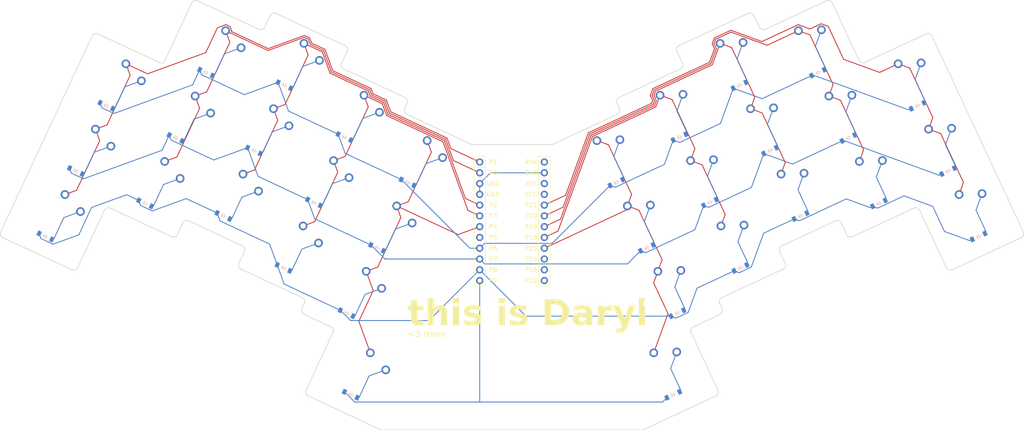
<source format=kicad_pcb>
(kicad_pcb (version 20241229) (generator "pcbnew") (generator_version "9.0")
  (title_block (title "keyboard") (date "2025-12-09") (rev "v1.0.0") (company "Unknown"))
  (layers (0 "F.Cu" signal) (2 "B.Cu" signal) (13 "F.Paste" user) (15 "B.Paste" user) (5 "F.SilkS" user "F.Silkscreen") (7 "B.SilkS" user "B.Silkscreen") (1 "F.Mask" user) (3 "B.Mask" user) (25 "Edge.Cuts" user))
  (net 0 "")
  (net 1 "P1")
  (net 2 "pinky_bottom")
  (net 3 "GND")
  (net 4 "pinky_home")
  (net 5 "pinky_top")
  (net 6 "P0")
  (net 7 "ring_bottom")
  (net 8 "ring_home")
  (net 9 "ring_top")
  (net 10 "P2")
  (net 11 "middle_bottom")
  (net 12 "middle_home")
  (net 13 "middle_top")
  (net 14 "P3")
  (net 15 "index_bottom")
  (net 16 "index_home")
  (net 17 "index_top")
  (net 18 "P4")
  (net 19 "inner_bottom")
  (net 20 "inner_home")
  (net 21 "inner_top")
  (net 22 "column_row")
  (net 23 "P21")
  (net 24 "mirror_pinky_bottom")
  (net 25 "mirror_pinky_home")
  (net 26 "mirror_pinky_top")
  (net 27 "P20")
  (net 28 "mirror_ring_bottom")
  (net 29 "mirror_ring_home")
  (net 30 "mirror_ring_top")
  (net 31 "P19")
  (net 32 "mirror_middle_bottom")
  (net 33 "mirror_middle_home")
  (net 34 "mirror_middle_top")
  (net 35 "P18")
  (net 36 "mirror_index_bottom")
  (net 37 "mirror_index_home")
  (net 38 "mirror_index_top")
  (net 39 "P15")
  (net 40 "mirror_inner_bottom")
  (net 41 "mirror_inner_home")
  (net 42 "mirror_inner_top")
  (net 43 "mirror_column_row")
  (net 44 "P8")
  (net 45 "P7")
  (net 46 "P6")
  (net 47 "P9")
  (net 48 "RAW")
  (net 49 "RST")
  (net 50 "VCC")
  (net 51 "P14")
  (net 52 "P16")
  (net 53 "P10")
  (net 54 "P5")
  (footprint "ceoloide:mcu_nice_nano" (layer "F.Cu") (at 176.642466 87.239082)
    (property "Reference" "MCU1" (hide yes))
    (property "Value" "")
  )
  (footprint "ceoloide:switch_choc_v1_v2" (layer "B.Cu") (at 221.203623 79.550503 25)
    (property "Reference" "S27" (hide yes))
    (property "Value" "")
  )
  (footprint "ceoloide:switch_choc_v1_v2" (layer "B.Cu") (at 253.830704 64.336249 25)
    (property "Reference" "S21" (hide yes))
    (property "Value" "")
  )
  (footprint "ceoloide:diode_tht_sod123" (layer "B.Cu") (at 90.156641 84.275017 -25)
    (property "Reference" "D4" (hide yes))
    (property "Value" "")
  )
  (footprint "ceoloide:switch_choc_v1_v2" (layer "B.Cu") (at 242.546322 82.728439 25)
    (property "Reference" "S23" (hide yes))
    (property "Value" "")
  )
  (footprint "ceoloide:diode_tht_sod123" (layer "B.Cu") (at 215.624583 110.177848 25)
    (property "Reference" "D29" (hide yes))
    (property "Value" "")
  )
  (footprint "ceoloide:switch_choc_v1_v2" (layer "B.Cu") (at 206.326983 90.239081 25)
    (property "Reference" "S30" (hide yes))
    (property "Value" "")
  )
  (footprint "ceoloide:diode_tht_sod123" (layer "B.Cu") (at 244.659409 87.259977 25)
    (property "Reference" "D23" (hide yes))
    (property "Value" "")
  )
  (footprint "ceoloide:switch_choc_v1_v2" (layer "B.Cu") (at 246.64619 48.929016 25)
    (property "Reference" "S22" (hide yes))
    (property "Value" "")
  )
  (footprint "ceoloide:diode_tht_sod123" (layer "B.Cu") (at 73.843101 76.667883 -25)
    (property "Reference" "D2" (hide yes))
    (property "Value" "")
  )
  (footprint "ceoloide:diode_tht_sod123" (layer "B.Cu") (at 230.501221 99.489273 25)
    (property "Reference" "D26" (hide yes))
    (property "Value" "")
  )
  (footprint "ceoloide:diode_tht_sod123" (layer "B.Cu") (at 122.994558 56.445512 -25)
    (property "Reference" "D9" (hide yes))
    (property "Value" "")
  )
  (footprint "ceoloide:switch_choc_v1_v2" (layer "B.Cu") (at 139.773451 105.646311 -25)
    (property "Reference" "S13" (hide yes))
    (property "Value" "")
  )
  (footprint "ceoloide:switch_choc_v1_v2" (layer "B.Cu") (at 270.144239 56.729118 25)
    (property "Reference" "S19" (hide yes))
    (property "Value" "")
  )
  (footprint "ceoloide:diode_tht_sod123" (layer "B.Cu") (at 279.441846 76.667886 25)
    (property "Reference" "D18" (hide yes))
    (property "Value" "")
  )
  (footprint "ceoloide:diode_tht_sod123" (layer "B.Cu") (at 237.4749 71.852744 25)
    (property "Reference" "D24" (hide yes))
    (property "Value" "")
  )
  (footprint "ceoloide:switch_choc_v1_v2" (layer "B.Cu") (at 139.265837 64.143271 -25)
    (property "Reference" "S12" (hide yes))
    (property "Value" "")
  )
  (footprint "ceoloide:switch_choc_v1_v2" (layer "B.Cu") (at 261.015212 79.743479 25)
    (property "Reference" "S20" (hide yes))
    (property "Value" "")
  )
  (footprint "ceoloide:switch_choc_v1_v2" (layer "B.Cu") (at 146.957963 90.239078 -25)
    (property "Reference" "S14" (hide yes))
    (property "Value" "")
  )
  (footprint "ceoloide:switch_choc_v1_v2" (layer "B.Cu") (at 75.956193 72.136346 -25)
    (property "Reference" "S2" (hide yes))
    (property "Value" "")
  )
  (footprint "ceoloide:switch_choc_v1_v2" (layer "B.Cu") (at 235.361807 67.321208 25)
    (property "Reference" "S24" (hide yes))
    (property "Value" "")
  )
  (footprint "ceoloide:switch_choc_v1_v2" (layer "B.Cu") (at 140.745714 124.857109 -25)
    (property "Reference" "S16" (hide yes))
    (property "Value" "")
  )
  (footprint "ceoloide:diode_tht_sod123" (layer "B.Cu") (at 214.652319 129.388645 25)
    (property "Reference" "D32" (hide yes))
    (property "Value" "")
  )
  (footprint "ceoloide:switch_choc_v1_v2" (layer "B.Cu") (at 124.896812 94.957736 -25)
    (property "Reference" "S10" (hide yes))
    (property "Value" "")
  )
  (footprint "ceoloide:switch_choc_v1_v2" (layer "B.Cu") (at 117.923139 67.321203 -25)
    (property "Reference" "S8" (hide yes))
    (property "Value" "")
  )
  (footprint "ceoloide:switch_choc_v1_v2" (layer "B.Cu") (at 132.08132 79.550502 -25)
    (property "Reference" "S11" (hide yes))
    (property "Value" "")
  )
  (footprint "ceoloide:diode_tht_sod123" (layer "B.Cu") (at 81.027611 61.260655 -25)
    (property "Reference" "D3" (hide yes))
    (property "Value" "")
  )
  (footprint "ceoloide:diode_tht_sod123" (layer "B.Cu") (at 272.257332 61.260655 25)
    (property "Reference" "D19" (hide yes))
    (property "Value" "")
  )
  (footprint "ceoloide:switch_choc_v1_v2" (layer "B.Cu") (at 228.177298 51.91397 25)
    (property "Reference" "S25" (hide yes))
    (property "Value" "")
  )
  (footprint "ceoloide:switch_choc_v1_v2" (layer "B.Cu") (at 228.388136 94.957738 25)
    (property "Reference" "S26" (hide yes))
    (property "Value" "")
  )
  (footprint "ceoloide:switch_choc_v1_v2" (layer "B.Cu") (at 277.328757 72.13635 25)
    (property "Reference" "S18" (hide yes))
    (property "Value" "")
  )
  (footprint "ceoloide:diode_tht_sod123" (layer "B.Cu") (at 122.783719 99.489282 -25)
    (property "Reference" "D10" (hide yes))
    (property "Value" "")
  )
  (footprint "ceoloide:diode_tht_sod123" (layer "B.Cu") (at 223.316708 84.082043 25)
    (property "Reference" "D27" (hide yes))
    (property "Value" "")
  )
  (footprint "ceoloide:diode_tht_sod123" (layer "B.Cu") (at 104.525667 53.460552 -25)
    (property "Reference" "D6" (hide yes))
    (property "Value" "")
  )
  (footprint "ceoloide:diode_tht_sod123" (layer "B.Cu") (at 129.968229 84.082045 -25)
    (property "Reference" "D11" (hide yes))
    (property "Value" "")
  )
  (footprint "ceoloide:switch_choc_v1_v2" (layer "B.Cu") (at 68.771687 87.543579 -25)
    (property "Reference" "S1" (hide yes))
    (property "Value" "")
  )
  (footprint "ceoloide:diode_tht_sod123" (layer "B.Cu") (at 137.660358 110.177848 -25)
    (property "Reference" "D13" (hide yes))
    (property "Value" "")
  )
  (footprint "ceoloide:switch_choc_v1_v2" (layer "B.Cu") (at 110.738627 82.728441 -25)
    (property "Reference" "S7" (hide yes))
    (property "Value" "")
  )
  (footprint "ceoloide:switch_choc_v1_v2" (layer "B.Cu") (at 199.142471 74.831851 25)
    (property "Reference" "S31" (hide yes))
    (property "Value" "")
  )
  (footprint "ceoloide:diode_tht_sod123" (layer "B.Cu") (at 201.255557 79.363391 25)
    (property "Reference" "D31" (hide yes))
    (property "Value" "")
  )
  (footprint "ceoloide:switch_choc_v1_v2" (layer "B.Cu") (at 92.269735 79.74348 -25)
    (property "Reference" "S4" (hide yes))
    (property "Value" "")
  )
  (footprint "ceoloide:diode_tht_sod123" (layer "B.Cu") (at 208.440069 94.770624 25)
    (property "Reference" "D30" (hide yes))
    (property "Value" "")
  )
  (footprint "ceoloide:switch_choc_v1_v2" (layer "B.Cu") (at 99.454244 64.336246 -25)
    (property "Reference" "S5" (hide yes))
    (property "Value" "")
  )
  (footprint "ceoloide:diode_tht_sod123" (layer "B.Cu") (at 230.290391 56.445512 25)
    (property "Reference" "D25" (hide yes))
    (property "Value" "")
  )
  (footprint "ceoloide:switch_choc_v1_v2" (layer "B.Cu") (at 106.638753 48.929016 -25)
    (property "Reference" "S6" (hide yes))
    (property "Value" "")
  )
  (footprint "ceoloide:switch_choc_v1_v2" (layer "B.Cu") (at 125.107645 51.913975 -25)
    (property "Reference" "S9" (hide yes))
    (property "Value" "")
  )
  (footprint "ceoloide:diode_tht_sod123" (layer "B.Cu") (at 137.152743 68.674813 -25)
    (property "Reference" "D12" (hide yes))
    (property "Value" "")
  )
  (footprint "ceoloide:diode_tht_sod123" (layer "B.Cu") (at 286.626353 92.07512 25)
    (property "Reference" "D17" (hide yes))
    (property "Value" "")
  )
  (footprint "ceoloide:diode_tht_sod123" (layer "B.Cu") (at 144.84487 94.770617 -25)
    (property "Reference" "D14" (hide yes))
    (property "Value" "")
  )
  (footprint "ceoloide:switch_choc_v1_v2" (layer "B.Cu") (at 83.140704 56.729116 -25)
    (property "Reference" "S3" (hide yes))
    (property "Value" "")
  )
  (footprint "ceoloide:diode_tht_sod123" (layer "B.Cu") (at 97.34115 68.867787 -25)
    (property "Reference" "D5" (hide yes))
    (property "Value" "")
  )
  (footprint "ceoloide:diode_tht_sod123" (layer "B.Cu") (at 152.02938 79.363385 -25)
    (property "Reference" "D15" (hide yes))
    (property "Value" "")
  )
  (footprint "ceoloide:switch_choc_v1_v2" (layer "B.Cu") (at 154.14247 74.831848 -25)
    (property "Reference" "S15" (hide yes))
    (property "Value" "")
  )
  (footprint "ceoloide:switch_choc_v1_v2" (layer "B.Cu") (at 212.539232 124.857111 25)
    (property "Reference" "S32" (hide yes))
    (property "Value" "")
  )
  (footprint "ceoloide:switch_choc_v1_v2" (layer "B.Cu") (at 284.513261 87.54358 25)
    (property "Reference" "S17" (hide yes))
    (property "Value" "")
  )
  (footprint "ceoloide:diode_tht_sod123" (layer "B.Cu") (at 66.658594 92.075117 -25)
    (property "Reference" "D1" (hide yes))
    (property "Value" "")
  )
  (footprint "ceoloide:diode_tht_sod123" (layer "B.Cu") (at 115.810045 71.852747 -25)
    (property "Reference" "D8" (hide yes))
    (property "Value" "")
  )
  (footprint "ceoloide:switch_choc_v1_v2" (layer "B.Cu") (at 214.019105 64.143271 25)
    (property "Reference" "S28" (hide yes))
    (property "Value" "")
  )
  (footprint "ceoloide:diode_tht_sod123" (layer "B.Cu") (at 263.128299 84.275016 25)
    (property "Reference" "D20" (hide yes))
    (property "Value" "")
  )
  (footprint "ceoloide:switch_choc_v1_v2" (layer "B.Cu") (at 213.511488 105.646312 25)
    (property "Reference" "S29" (hide yes))
    (property "Value" "")
  )
  (footprint "ceoloide:diode_tht_sod123" (layer "B.Cu") (at 216.132205 68.674815 25)
    (property "Reference" "D28" (hide yes))
    (property "Value" "")
  )
  (footprint "ceoloide:diode_tht_sod123" (layer "B.Cu") (at 138.632619 129.388649 -25)
    (property "Reference" "D16" (hide yes))
    (property "Value" "")
  )
  (footprint "ceoloide:diode_tht_sod123" (layer "B.Cu") (at 248.75928 53.460548 25)
    (property "Reference" "D22" (hide yes))
    (property "Value" "")
  )
  (footprint "ceoloide:diode_tht_sod123" (layer "B.Cu") (at 255.943792 68.867789 25)
    (property "Reference" "D21" (hide yes))
    (property "Value" "")
  )
  (footprint "ceoloide:diode_tht_sod123" (layer "B.Cu") (at 108.625532 87.259979 -25)
    (property "Reference" "D7" (hide yes))
    (property "Value" "")
  )
  (gr_line (start 127.709778 107.854913) (end 127.118117 109.123746) (stroke (width 0.15)) (layer "Edge.Cuts"))
  (gr_arc (start 201.955441 61.934672) (mid 201.988808 62.699297) (end 201.471754 63.263598) (stroke (width 0.15)) (layer "Edge.Cuts"))
  (gr_arc (start 280.371363 99.957074) (mid 279.60671 99.990477) (end 279.042439 99.473383) (stroke (width 0.15)) (layer "Edge.Cuts"))
  (gr_line (start 151.329502 61.934668) (end 151.921169 60.66584) (stroke (width 0.15)) (layer "Edge.Cuts"))
  (gr_line (start 215.521966 48.436544) (end 216.832084 51.246095) (stroke (width 0.15)) (layer "Edge.Cuts"))
  (gr_arc (start 94.828657 50.593834) (mid 94.264363 51.110908) (end 93.499731 51.077522) (stroke (width 0.15)) (layer "Edge.Cuts"))
  (gr_arc (start 151.437476 59.336912) (mid 151.954557 59.901206) (end 151.921169 60.66584) (stroke (width 0.15)) (layer "Edge.Cuts"))
  (gr_line (start 274.286136 44.315631) (end 259.785209 51.077522) (stroke (width 0.15)) (layer "Edge.Cuts"))
  (gr_arc (start 252.905345 88.380027) (mid 253.669967 88.346673) (end 254.234273 88.863724) (stroke (width 0.15)) (layer "Edge.Cuts"))
  (gr_arc (start 207.691948 137.599524) (mid 207.485772 137.669511) (end 207.269335 137.693218) (stroke (width 0.15)) (layer "Edge.Cuts"))
  (gr_line (start 113.551597 95.625617) (end 112.241478 98.435169) (stroke (width 0.15)) (layer "Edge.Cuts"))
  (gr_arc (start 99.050672 88.863722) (mid 99.614965 88.346643) (end 100.379599 88.380033) (stroke (width 0.15)) (layer "Edge.Cuts"))
  (gr_line (start 241.043461 98.435174) (end 239.733346 95.625617) (stroke (width 0.15)) (layer "Edge.Cuts"))
  (gr_arc (start 225.194566 128.334543) (mid 225.227952 129.09919) (end 224.710874 129.663468) (stroke (width 0.15)) (layer "Edge.Cuts"))
  (gr_arc (start 119.636826 39.984173) (mid 120.201109 39.467097) (end 120.965747 39.500486) (stroke (width 0.15)) (layer "Edge.Cuts"))
  (gr_line (start 119.636826 39.984173) (end 118.326704 42.793727) (stroke (width 0.15)) (layer "Edge.Cuts"))
  (gr_line (start 134.429652 114.739924) (end 128.090379 128.334543) (stroke (width 0.15)) (layer "Edge.Cuts"))
  (gr_arc (start 271.37424 85.395075) (mid 272.138854 85.361717) (end 272.703161 85.878766) (stroke (width 0.15)) (layer "Edge.Cuts"))
  (gr_arc (start 256.873315 92.156971) (mid 256.108685 92.190344) (end 255.544385 91.67328) (stroke (width 0.15)) (layer "Edge.Cuts"))
  (gr_arc (start 218.855289 114.739923) (mid 218.821884 113.975263) (end 219.338982 113.410999) (stroke (width 0.15)) (layer "Edge.Cuts"))
  (gr_arc (start 236.287161 43.277418) (mid 235.522505 43.310816) (end 234.958231 42.79373) (stroke (width 0.15)) (layer "Edge.Cuts"))
  (gr_line (start 232.319193 39.500487) (end 216.005653 47.107614) (stroke (width 0.15)) (layer "Edge.Cuts"))
  (gr_arc (start 226.166825 109.123745) (mid 226.200212 109.888385) (end 225.683137 110.452672) (stroke (width 0.15)) (layer "Edge.Cuts"))
  (gr_arc (start 127.601805 110.452669) (mid 127.084731 109.888383) (end 127.118117 109.123746) (stroke (width 0.15)) (layer "Edge.Cuts"))
  (gr_arc (start 146.015609 137.693212) (mid 145.799171 137.669508) (end 145.592992 137.599527) (stroke (width 0.15)) (layer "Edge.Cuts"))
  (gr_line (start 256.873315 92.156971) (end 271.37424 85.395075) (stroke (width 0.15)) (layer "Edge.Cuts"))
  (gr_line (start 136.452866 51.246097) (end 137.76298 48.43654) (stroke (width 0.15)) (layer "Edge.Cuts"))
  (gr_arc (start 56.600034 92.34994) (mid 56.082965 91.785658) (end 56.116353 91.021017) (stroke (width 0.15)) (layer "Edge.Cuts"))
  (gr_line (start 280.371363 99.957074) (end 296.684909 92.349942) (stroke (width 0.15)) (layer "Edge.Cuts"))
  (gr_line (start 272.703161 85.878766) (end 279.042439 99.473383) (stroke (width 0.15)) (layer "Edge.Cuts"))
  (gr_arc (start 112.72517 99.764097) (mid 112.208098 99.199805) (end 112.241478 98.435169) (stroke (width 0.15)) (layer "Edge.Cuts"))
  (gr_line (start 226.058848 106.525988) (end 240.559772 99.764098) (stroke (width 0.15)) (layer "Edge.Cuts"))
  (gr_line (start 225.194566 128.334543) (end 218.855289 114.739923) (stroke (width 0.15)) (layer "Edge.Cuts"))
  (gr_line (start 100.379599 88.380033) (end 113.067905 94.296685) (stroke (width 0.15)) (layer "Edge.Cuts"))
  (gr_line (start 101.167932 36.999213) (end 94.828657 50.593834) (stroke (width 0.15)) (layer "Edge.Cuts"))
  (gr_line (start 74.242507 99.47338) (end 80.581778 85.878768) (stroke (width 0.15)) (layer "Edge.Cuts"))
  (gr_line (start 201.471754 63.263598) (end 186.265444 70.354412) (stroke (width 0.15)) (layer "Edge.Cuts"))
  (gr_line (start 275.615059 44.799319) (end 297.168595 91.021021) (stroke (width 0.15)) (layer "Edge.Cuts"))
  (gr_arc (start 127.226093 106.525993) (mid 127.743167 107.090274) (end 127.709778 107.854913) (stroke (width 0.15)) (layer "Edge.Cuts"))
  (gr_line (start 81.910705 85.395078) (end 96.411629 92.156973) (stroke (width 0.15)) (layer "Edge.Cuts"))
  (gr_arc (start 216.832084 51.246095) (mid 216.865443 52.010707) (end 216.348392 52.575018) (stroke (width 0.15)) (layer "Edge.Cuts"))
  (gr_line (start 250.788084 36.515526) (end 236.287161 43.277418) (stroke (width 0.15)) (layer "Edge.Cuts"))
  (gr_line (start 93.499731 51.077522) (end 78.998803 44.31563) (stroke (width 0.15)) (layer "Edge.Cuts"))
  (gr_arc (start 136.936552 52.575023) (mid 136.41947 52.010727) (end 136.452866 51.246097) (stroke (width 0.15)) (layer "Edge.Cuts"))
  (gr_arc (start 241.043461 98.435174) (mid 241.076828 99.199802) (end 240.559772 99.764098) (stroke (width 0.15)) (layer "Edge.Cuts"))
  (gr_line (start 185.842825 70.448107) (end 167.442118 70.448104) (stroke (width 0.15)) (layer "Edge.Cuts"))
  (gr_line (start 127.601805 110.452669) (end 133.945962 113.410997) (stroke (width 0.15)) (layer "Edge.Cuts"))
  (gr_arc (start 215.521966 48.436544) (mid 215.48861 47.671924) (end 216.005653 47.107614) (stroke (width 0.15)) (layer "Edge.Cuts"))
  (gr_arc (start 80.581778 85.878768) (mid 81.146066 85.361666) (end 81.910705 85.395078) (stroke (width 0.15)) (layer "Edge.Cuts"))
  (gr_arc (start 101.167932 36.999213) (mid 101.732219 36.482172) (end 102.496851 36.515527) (stroke (width 0.15)) (layer "Edge.Cuts"))
  (gr_arc (start 201.363774 60.665838) (mid 201.330423 59.901223) (end 201.847462 59.336911) (stroke (width 0.15)) (layer "Edge.Cuts"))
  (gr_arc (start 137.279293 47.107614) (mid 137.79642 47.671902) (end 137.76298 48.43654) (stroke (width 0.15)) (layer "Edge.Cuts"))
  (gr_line (start 219.338982 113.410999) (end 225.683137 110.452672) (stroke (width 0.15)) (layer "Edge.Cuts"))
  (gr_arc (start 186.265444 70.354412) (mid 186.059265 70.424399) (end 185.842825 70.448107) (stroke (width 0.15)) (layer "Edge.Cuts"))
  (gr_arc (start 74.242507 99.47338) (mid 73.67822 99.99045) (end 72.913578 99.957073) (stroke (width 0.15)) (layer "Edge.Cuts"))
  (gr_arc (start 167.442118 70.448104) (mid 167.225679 70.424402) (end 167.0195 70.354418) (stroke (width 0.15)) (layer "Edge.Cuts"))
  (gr_arc (start 239.733346 95.625617) (mid 239.699938 94.860966) (end 240.217033 94.29669) (stroke (width 0.15)) (layer "Edge.Cuts"))
  (gr_line (start 216.348392 52.575018) (end 201.847462 59.336911) (stroke (width 0.15)) (layer "Edge.Cuts"))
  (gr_line (start 116.997777 43.277418) (end 102.496851 36.515527) (stroke (width 0.15)) (layer "Edge.Cuts"))
  (gr_line (start 254.234273 88.863724) (end 255.544385 91.67328) (stroke (width 0.15)) (layer "Edge.Cuts"))
  (gr_line (start 56.116353 91.021017) (end 77.669881 44.799322) (stroke (width 0.15)) (layer "Edge.Cuts"))
  (gr_arc (start 113.067905 94.296685) (mid 113.58498 94.860971) (end 113.551597 95.625617) (stroke (width 0.15)) (layer "Edge.Cuts"))
  (gr_arc (start 250.788084 36.515526) (mid 251.552731 36.482135) (end 252.117014 36.999212) (stroke (width 0.15)) (layer "Edge.Cuts"))
  (gr_arc (start 97.740559 91.673281) (mid 97.176268 92.190378) (end 96.411629 92.156973) (stroke (width 0.15)) (layer "Edge.Cuts"))
  (gr_line (start 234.958231 42.79373) (end 233.648122 39.984179) (stroke (width 0.15)) (layer "Edge.Cuts"))
  (gr_line (start 201.363774 60.665838) (end 201.955441 61.934672) (stroke (width 0.15)) (layer "Edge.Cuts"))
  (gr_line (start 128.574064 129.66347) (end 145.592992 137.599527) (stroke (width 0.15)) (layer "Edge.Cuts"))
  (gr_line (start 137.279293 47.107614) (end 120.965747 39.500486) (stroke (width 0.15)) (layer "Edge.Cuts"))
  (gr_line (start 207.691948 137.599524) (end 224.710874 129.663468) (stroke (width 0.15)) (layer "Edge.Cuts"))
  (gr_line (start 146.015609 137.693212) (end 207.269335 137.693218) (stroke (width 0.15)) (layer "Edge.Cuts"))
  (gr_arc (start 128.574064 129.66347) (mid 128.057013 129.099179) (end 128.090379 128.334543) (stroke (width 0.15)) (layer "Edge.Cuts"))
  (gr_arc (start 118.326704 42.793727) (mid 117.762414 43.310764) (end 116.997777 43.277418) (stroke (width 0.15)) (layer "Edge.Cuts"))
  (gr_arc (start 133.945962 113.410997) (mid 134.463 113.975285) (end 134.429652 114.739924) (stroke (width 0.15)) (layer "Edge.Cuts"))
  (gr_arc (start 151.813191 63.263598) (mid 151.296103 62.699306) (end 151.329502 61.934668) (stroke (width 0.15)) (layer "Edge.Cuts"))
  (gr_line (start 97.740559 91.673281) (end 99.050672 88.863722) (stroke (width 0.15)) (layer "Edge.Cuts"))
  (gr_line (start 226.166825 109.123745) (end 225.575159 107.854917) (stroke (width 0.15)) (layer "Edge.Cuts"))
  (gr_line (start 258.456288 50.593831) (end 252.117014 36.999212) (stroke (width 0.15)) (layer "Edge.Cuts"))
  (gr_arc (start 297.168595 91.021021) (mid 297.202 91.785669) (end 296.684909 92.349942) (stroke (width 0.15)) (layer "Edge.Cuts"))
  (gr_arc (start 77.669881 44.799322) (mid 78.234171 44.282249) (end 78.998803 44.31563) (stroke (width 0.15)) (layer "Edge.Cuts"))
  (gr_line (start 112.72517 99.764097) (end 127.226093 106.525993) (stroke (width 0.15)) (layer "Edge.Cuts"))
  (gr_arc (start 274.286136 44.315631) (mid 275.050756 44.282271) (end 275.615059 44.799319) (stroke (width 0.15)) (layer "Edge.Cuts"))
  (gr_line (start 151.437476 59.336912) (end 136.936552 52.575023) (stroke (width 0.15)) (layer "Edge.Cuts"))
  (gr_line (start 167.0195 70.354418) (end 151.813191 63.263598) (stroke (width 0.15)) (layer "Edge.Cuts"))
  (gr_arc (start 232.319193 39.500487) (mid 233.083833 39.467098) (end 233.648122 39.984179) (stroke (width 0.15)) (layer "Edge.Cuts"))
  (gr_line (start 56.600034 92.34994) (end 72.913578 99.957073) (stroke (width 0.15)) (layer "Edge.Cuts"))
  (gr_arc (start 225.575159 107.854917) (mid 225.541758 107.090257) (end 226.058848 106.525988) (stroke (width 0.15)) (layer "Edge.Cuts"))
  (gr_line (start 240.217033 94.29669) (end 252.905345 88.380027) (stroke (width 0.15)) (layer "Edge.Cuts"))
  (gr_arc (start 259.785209 51.077522) (mid 259.020581 51.110888) (end 258.456288 50.593831) (stroke (width 0.15)) (layer "Edge.Cuts"))
  (gr_text "this is Daryl" (at 152 114 0) (layer "F.SilkS") (effects (font (size 6 6) (thickness 0.3) (bold yes)) (justify left bottom)))
  (gr_text "<3 mom" (at 152 116 0) (layer "F.SilkS") (effects (font (size 1.5 1.5) (thickness 0.1875)) (justify left bottom)))
  (segment (start 148.04314 62.697237) (end 161.327161 68.891681) (width 0.2) (layer "F.Cu") (net 1))
  (segment (start 90.705916 53.746903) (end 104.464188 48.739301) (width 0.2) (layer "F.Cu") (net 1))
  (segment (start 86.6262 54.107531) (end 81.175268 65.797089) (width 0.2) (layer "F.Cu") (net 1))
  (segment (start 85.634151 51.381901) (end 90.705916 53.746903) (width 0.2) (layer "F.Cu") (net 1))
  (segment (start 110.556354 43.643975) (end 110.538308 43.682679) (width 0.2) (layer "F.Cu") (net 1))
  (segment (start 143.450296 57.246531) (end 143.893355 58.463825) (width 0.2) (layer "F.Cu") (net 1))
  (segment (start 162.229777 71.371595) (end 169.02247 74.539076) (width 0.2) (layer "F.Cu") (net 1))
  (segment (start 143.893355 58.463825) (end 147.035615 59.929087) (width 0.2) (layer "F.Cu") (net 1))
  (segment (start 127.682204 44.708979) (end 128.972101 45.310468) (width 0.2) (layer "F.Cu") (net 1))
  (segment (start 161.327161 68.891681) (end 162.229777 71.371595) (width 0.2) (layer "F.Cu") (net 1))
  (segment (start 110.587556 43.817987) (end 119.15449 47.812812) (width 0.2) (layer "F.Cu") (net 1))
  (segment (start 107.193708 42.88583) (end 109.194378 42.157642) (width 0.2) (layer "F.Cu") (net 1))
  (segment (start 81.175268 65.797089) (end 78.449639 66.789134) (width 0.2) (layer "F.Cu") (net 1))
  (segment (start 85.634151 51.381903) (end 86.6262 54.107531) (width 0.2) (layer "F.Cu") (net 1))
  (segment (start 109.194378 42.157642) (end 110.183197 42.618739) (width 0.2) (layer "F.Cu") (net 1))
  (segment (start 78.449639 66.789134) (end 79.441686 69.514761) (width 0.2) (layer "F.Cu") (net 1))
  (segment (start 132.55264 47.979897) (end 134.387214 53.020347) (width 0.2) (layer "F.Cu") (net 1))
  (segment (start 129.410381 46.51464) (end 132.55264 47.979897) (width 0.2) (layer "F.Cu") (net 1))
  (segment (start 147.035615 59.929087) (end 148.04314 62.697237) (width 0.2) (layer "F.Cu") (net 1))
  (segment (start 104.464188 48.739301) (end 107.193708 42.88583) (width 0.2) (layer "F.Cu") (net 1))
  (segment (start 119.15449 47.812812) (end 127.682204 44.708979) (width 0.2) (layer "F.Cu") (net 1))
  (segment (start 110.183197 42.618739) (end 110.556354 43.643975) (width 0.2) (layer "F.Cu") (net 1))
  (segment (start 128.972101 45.310468) (end 129.410381 46.51464) (width 0.2) (layer "F.Cu") (net 1))
  (segment (start 79.441686 69.514761) (end 73.990755 81.204318) (width 0.2) (layer "F.Cu") (net 1))
  (segment (start 73.990755 81.204318) (end 71.265133 82.196365) (width 0.2) (layer "F.Cu") (net 1))
  (segment (start 110.538308 43.682679) (end 110.587556 43.817987) (width 0.2) (layer "F.Cu") (net 1))
  (segment (start 134.387214 53.020347) (end 143.450296 57.246531) (width 0.2) (layer "F.Cu") (net 1))
  (segment (start 68.153999 92.77244) (end 68.685937 92.578831) (width 0.2) (layer "B.Cu") (net 2))
  (segment (start 70.989208 87.639453) (end 74.90917 86.212705) (width 0.2) (layer "B.Cu") (net 2))
  (segment (start 68.685937 92.578831) (end 70.989208 87.639453) (width 0.2) (layer "B.Cu") (net 2))
  (segment (start 169.022466 79.619082) (end 171.562466 77.079082) (width 0.2) (layer "B.Cu") (net 3))
  (segment (start 171.562466 77.079082) (end 184.262466 77.079082) (width 0.2) (layer "B.Cu") (net 3))
  (segment (start 169.022466 82.159082) (end 169.022466 79.619082) (width 0.2) (layer "B.Cu") (net 3))
  (segment (start 75.870447 77.171596) (end 78.173709 72.232223) (width 0.2) (layer "B.Cu") (net 4))
  (segment (start 75.338509 77.365206) (end 75.870447 77.171596) (width 0.2) (layer "B.Cu") (net 4))
  (segment (start 78.173709 72.232223) (end 82.093681 70.80547) (width 0.2) (layer "B.Cu") (net 4))
  (segment (start 82.523017 61.957976) (end 83.055916 61.764019) (width 0.2) (layer "B.Cu") (net 5))
  (segment (start 83.055916 61.764019) (end 85.359188 56.82464) (width 0.2) (layer "B.Cu") (net 5))
  (segment (start 85.359188 56.82464) (end 89.278187 55.398243) (width 0.2) (layer "B.Cu") (net 5))
  (segment (start 109.132201 43.581801) (end 119.135556 48.246439) (width 0.2) (layer "F.Cu") (net 6))
  (segment (start 101.94769 58.989031) (end 103.001668 61.884816) (width 0.2) (layer "F.Cu") (net 6))
  (segment (start 97.658968 73.342286) (end 94.763178 74.396266) (width 0.2) (layer "F.Cu") (net 6))
  (segment (start 143.130287 57.539762) (end 143.573348 58.75706) (width 0.2) (layer "F.Cu") (net 6))
  (segment (start 146.715605 60.222318) (end 147.723131 62.990475) (width 0.2) (layer "F.Cu") (net 6))
  (segment (start 109.132199 43.581801) (end 110.124251 46.307427) (width 0.2) (layer "F.Cu") (net 6))
  (segment (start 161.007158 69.184914) (end 162.829275 74.191148) (width 0.2) (layer "F.Cu") (net 6))
  (segment (start 103.001668 61.884816) (end 97.658968 73.342286) (width 0.2) (layer "F.Cu") (net 6))
  (segment (start 127.663271 45.142604) (end 128.652094 45.603697) (width 0.2) (layer "F.Cu") (net 6))
  (segment (start 134.067208 53.313578) (end 143.130287 57.539762) (width 0.2) (layer "F.Cu") (net 6))
  (segment (start 162.829275 74.191148) (end 169.022471 77.07908) (width 0.2) (layer "F.Cu") (net 6))
  (segment (start 110.124251 46.307427) (end 104.673313 57.996981) (width 0.2) (layer "F.Cu") (net 6))
  (segment (start 132.237409 48.286252) (end 134.067208 53.313578) (width 0.2) (layer "F.Cu") (net 6))
  (segment (start 147.723131 62.990475) (end 161.007158 69.184914) (width 0.2) (layer "F.Cu") (net 6))
  (segment (start 129.095151 46.820992) (end 132.237409 48.286252) (width 0.2) (layer "F.Cu") (net 6))
  (segment (start 104.673313 57.996981) (end 101.94769 58.989031) (width 0.2) (layer "F.Cu") (net 6))
  (segment (start 119.135556 48.246439) (end 127.663271 45.142604) (width 0.2) (layer "F.Cu") (net 6))
  (segment (start 143.573348 58.75706) (end 146.715605 60.222318) (width 0.2) (layer "F.Cu") (net 6))
  (segment (start 128.652094 45.603697) (end 129.095151 46.820992) (width 0.2) (layer "F.Cu") (net 6))
  (segment (start 94.48822 79.838999) (end 98.407218 78.412599) (width 0.2) (layer "B.Cu") (net 7))
  (segment (start 92.18495 84.77838) (end 94.48822 79.838999) (width 0.2) (layer "B.Cu") (net 7))
  (segment (start 91.652051 84.972339) (end 92.18495 84.77838) (width 0.2) (layer "B.Cu") (net 7))
  (segment (start 98.836556 69.565108) (end 99.369461 69.371144) (width 0.2) (layer "B.Cu") (net 8))
  (segment (start 101.67273 64.431769) (end 105.591732 63.00537) (width 0.2) (layer "B.Cu") (net 8))
  (segment (start 99.369461 69.371144) (end 101.67273 64.431769) (width 0.2) (layer "B.Cu") (net 8))
  (segment (start 106.553969 53.963914) (end 108.85724 49.024535) (width 0.2) (layer "B.Cu") (net 9))
  (segment (start 108.85724 49.024535) (end 112.776234 47.598136) (width 0.2) (layer "B.Cu") (net 9))
  (segment (start 106.021067 54.157876) (end 106.553969 53.963914) (width 0.2) (layer "B.Cu") (net 9))
  (segment (start 133.747201 53.606812) (end 142.810278 57.832995) (width 0.2) (layer "F.Cu") (net 10))
  (segment (start 121.408628 64.699616) (end 115.957699 76.38918) (width 0.2) (layer "F.Cu") (net 10))
  (segment (start 128.59314 49.292392) (end 123.142213 60.981943) (width 0.2) (layer "F.Cu") (net 10))
  (segment (start 120.416579 61.973986) (end 121.408628 64.699616) (width 0.2) (layer "F.Cu") (net 10))
  (segment (start 115.957699 76.38918) (end 113.232074 77.381222) (width 0.2) (layer "F.Cu") (net 10))
  (segment (start 143.253341 59.050289) (end 146.395599 60.515551) (width 0.2) (layer "F.Cu") (net 10))
  (segment (start 127.601095 46.566758) (end 131.917401 48.579484) (width 0.2) (layer "F.Cu") (net 10))
  (segment (start 142.810278 57.832995) (end 143.253341 59.050289) (width 0.2) (layer "F.Cu") (net 10))
  (segment (start 160.687145 69.478145) (end 165.655698 83.129128) (width 0.2) (layer "F.Cu") (net 10))
  (segment (start 147.403123 63.283704) (end 160.687145 69.478145) (width 0.2) (layer "F.Cu") (net 10))
  (segment (start 123.142213 60.981943) (end 120.416579 61.973986) (width 0.2) (layer "F.Cu") (net 10))
  (segment (start 127.601092 46.566756) (end 128.59314 49.292392) (width 0.2) (layer "F.Cu") (net 10))
  (segment (start 165.655698 83.129128) (end 169.02247 84.69908) (width 0.2) (layer "F.Cu") (net 10))
  (segment (start 131.917401 48.579484) (end 133.747201 53.606812) (width 0.2) (layer "F.Cu") (net 10))
  (segment (start 146.395599 60.515551) (end 147.403123 63.283704) (width 0.2) (layer "F.Cu") (net 10))
  (segment (start 110.120943 87.957299) (end 110.652879 87.763689) (width 0.2) (layer "B.Cu") (net 11))
  (segment (start 110.652879 87.763689) (end 112.956151 82.824305) (width 0.2) (layer "B.Cu") (net 11))
  (segment (start 112.956151 82.824305) (end 116.876117 81.397563) (width 0.2) (layer "B.Cu") (net 11))
  (segment (start 120.140656 67.417081) (end 124.06062 65.990327) (width 0.2) (layer "B.Cu") (net 12))
  (segment (start 117.837386 72.356451) (end 120.140656 67.417081) (width 0.2) (layer "B.Cu") (net 12))
  (segment (start 117.305452 72.550059) (end 117.837386 72.356451) (width 0.2) (layer "B.Cu") (net 12))
  (segment (start 125.022861 56.948876) (end 127.32613 52.009496) (width 0.2) (layer "B.Cu") (net 13))
  (segment (start 127.32613 52.009496) (end 131.245131 50.583094) (width 0.2) (layer "B.Cu") (net 13))
  (segment (start 124.489965 57.142831) (end 125.022861 56.948876) (width 0.2) (layer "B.Cu") (net 13))
  (segment (start 137.300397 73.211245) (end 134.574769 74.203289) (width 0.2) (layer "F.Cu") (net 14))
  (segment (start 147.083116 63.576934) (end 146.07559 60.808782) (width 0.2) (layer "F.Cu") (net 14))
  (segment (start 166.255195 85.948679) (end 160.367138 69.771377) (width 0.2) (layer "F.Cu") (net 14))
  (segment (start 134.574769 74.203289) (end 135.566815 76.928917) (width 0.2) (layer "F.Cu") (net 14))
  (segment (start 142.751328 61.521684) (end 137.300397 73.211245) (width 0.2) (layer "F.Cu") (net 14))
  (segment (start 141.759285 58.79606) (end 142.751328 61.521684) (width 0.2) (layer "F.Cu") (net 14))
  (segment (start 169.022469 87.239079) (end 166.255195 85.948679) (width 0.2) (layer "F.Cu") (net 14))
  (segment (start 130.11589 88.618476) (end 127.39026 89.610525) (width 0.2) (layer "F.Cu") (net 14))
  (segment (start 146.07559 60.808782) (end 141.759284 58.796056) (width 0.2) (layer "F.Cu") (net 14))
  (segment (start 135.566815 76.928917) (end 130.11589 88.618476) (width 0.2) (layer "F.Cu") (net 14))
  (segment (start 160.367138 69.771377) (end 147.083116 63.576934) (width 0.2) (layer "F.Cu") (net 14))
  (segment (start 124.812033 99.992631) (end 127.115301 95.053257) (width 0.2) (layer "B.Cu") (net 15))
  (segment (start 124.279131 100.186594) (end 124.812033 99.992631) (width 0.2) (layer "B.Cu") (net 15))
  (segment (start 127.115301 95.053257) (end 131.034304 93.626857) (width 0.2) (layer "B.Cu") (net 15))
  (segment (start 134.298846 79.646377) (end 138.21881 78.219626) (width 0.2) (layer "B.Cu") (net 16))
  (segment (start 131.46364 84.779364) (end 131.995579 84.585749) (width 0.2) (layer "B.Cu") (net 16))
  (segment (start 131.995579 84.585749) (end 134.298846 79.646377) (width 0.2) (layer "B.Cu") (net 16))
  (segment (start 138.648148 69.372133) (end 139.180086 69.17852) (width 0.2) (layer "B.Cu") (net 17))
  (segment (start 141.483357 64.239139) (end 145.40332 62.812393) (width 0.2) (layer "B.Cu") (net 17))
  (segment (start 139.180086 69.17852) (end 141.483357 64.239139) (width 0.2) (layer "B.Cu") (net 17))
  (segment (start 157.627964 72.210263) (end 152.177033 83.899818) (width 0.2) (layer "F.Cu") (net 18))
  (segment (start 163.917051 91.637301) (end 169.022469 89.779079) (width 0.2) (layer "F.Cu") (net 18))
  (segment (start 144.992528 99.307047) (end 142.266898 100.299099) (width 0.2) (layer "F.Cu") (net 18))
  (segment (start 149.451409 84.891863) (end 163.917051 91.637301) (width 0.2) (layer "F.Cu") (net 18))
  (segment (start 142.266897 100.299097) (end 143.919666 104.840037) (width 0.2) (layer "F.Cu") (net 18))
  (segment (start 143.919666 104.840037) (end 140.538721 112.090497) (width 0.2) (layer "F.Cu") (net 18))
  (segment (start 140.538721 112.090497) (end 143.239162 119.509894) (width 0.2) (layer "F.Cu") (net 18))
  (segment (start 156.635918 69.484631) (end 157.627964 72.210263) (width 0.2) (layer "F.Cu") (net 18))
  (segment (start 152.177033 83.899818) (end 149.451411 84.891863) (width 0.2) (layer "F.Cu") (net 18))
  (segment (start 149.451411 84.891863) (end 150.443451 87.617492) (width 0.2) (layer "F.Cu") (net 18))
  (segment (start 150.443451 87.617492) (end 144.992528 99.307047) (width 0.2) (layer "F.Cu") (net 18))
  (segment (start 139.155769 110.875167) (end 139.687705 110.681559) (width 0.2) (layer "B.Cu") (net 19))
  (segment (start 139.687705 110.681559) (end 141.990978 105.742183) (width 0.2) (layer "B.Cu") (net 19))
  (segment (start 141.990978 105.742183) (end 145.910939 104.315434) (width 0.2) (layer "B.Cu") (net 19))
  (segment (start 149.176447 90.334596) (end 153.095451 88.9082) (width 0.2) (layer "B.Cu") (net 20))
  (segment (start 146.873182 95.273976) (end 149.176447 90.334596) (width 0.2) (layer "B.Cu") (net 20))
  (segment (start 146.34028 95.467941) (end 146.873182 95.273976) (width 0.2) (layer "B.Cu") (net 20))
  (segment (start 154.056725 79.867099) (end 156.359996 74.927721) (width 0.2) (layer "B.Cu") (net 21))
  (segment (start 153.52479 80.060709) (end 154.056725 79.867099) (width 0.2) (layer "B.Cu") (net 21))
  (segment (start 156.359996 74.927721) (end 160.279961 73.500967) (width 0.2) (layer "B.Cu") (net 21))
  (segment (start 140.128025 130.085967) (end 140.660927 129.892008) (width 0.2) (layer "B.Cu") (net 22))
  (segment (start 140.660927 129.892008) (end 142.964195 124.952633) (width 0.2) (layer "B.Cu") (net 22))
  (segment (start 142.964195 124.952633) (end 146.883193 123.526231) (width 0.2) (layer "B.Cu") (net 22))
  (segment (start 209.234252 58.8961) (end 209.78172 60.070149) (width 0.2) (layer "F.Cu") (net 23))
  (segment (start 246.881308 43.173395) (end 244.090563 42.157647) (width 0.2) (layer "F.Cu") (net 23))
  (segment (start 267.650793 51.381902) (end 270.37642 52.37395) (width 0.2) (layer "F.Cu") (net 23))
  (segment (start 209.558108 60.684517) (end 194.638004 67.641877) (width 0.2) (layer "F.Cu") (net 23))
  (segment (start 249.5096 41.947802) (end 246.881308 43.173395) (width 0.2) (layer "F.Cu") (net 23))
  (segment (start 223.214037 51.007617) (end 209.834645 57.246531) (width 0.2) (layer "F.Cu") (net 23))
  (segment (start 274.835305 66.789132) (end 277.68 67.824513) (width 0.2) (layer "F.Cu") (net 23))
  (segment (start 224.373538 47.821917) (end 223.214037 51.007617) (width 0.2) (layer "F.Cu") (net 23))
  (segment (start 251.178038 42.555063) (end 249.5096 41.947802) (width 0.2) (layer "F.Cu") (net 23))
  (segment (start 254.803291 50.329441) (end 251.178038 42.555063) (width 0.2) (layer "F.Cu") (net 23))
  (segment (start 283.055194 79.351673) (end 282.019812 82.196366) (width 0.2) (layer "F.Cu") (net 23))
  (segment (start 235.541458 46.144161) (end 228.231032 43.483382) (width 0.2) (layer "F.Cu") (net 23))
  (segment (start 189.281535 82.358651) (end 184.262466 84.69908) (width 0.2) (layer "F.Cu") (net 23))
  (segment (start 209.78172 60.070149) (end 209.558108 60.684517) (width 0.2) (layer "F.Cu") (net 23))
  (segment (start 263.286411 53.417045) (end 254.803291 50.329441) (width 0.2) (layer "F.Cu") (net 23))
  (segment (start 277.68 67.824513) (end 283.055194 79.351673) (width 0.2) (layer "F.Cu") (net 23))
  (segment (start 267.650791 51.381902) (end 263.286411 53.417045) (width 0.2) (layer "F.Cu") (net 23))
  (segment (start 209.834645 57.246531) (end 209.234252 58.8961) (width 0.2) (layer "F.Cu") (net 23))
  (segment (start 224.312845 45.310463) (end 223.826071 46.647868) (width 0.2) (layer "F.Cu") (net 23))
  (segment (start 194.638004 67.641877) (end 189.281535 82.358651) (width 0.2) (layer "F.Cu") (net 23))
  (segment (start 275.827352 64.063511) (end 274.835305 66.789132) (width 0.2) (layer "F.Cu") (net 23))
  (segment (start 244.090563 42.157647) (end 235.541458 46.144161) (width 0.2) (layer "F.Cu") (net 23))
  (segment (start 228.231032 43.483382) (end 224.312845 45.310463) (width 0.2) (layer "F.Cu") (net 23))
  (segment (start 270.37642 52.37395) (end 275.827352 64.063511) (width 0.2) (layer "F.Cu") (net 23))
  (segment (start 223.826071 46.647868) (end 224.373538 47.821917) (width 0.2) (layer "F.Cu") (net 23))
  (segment (start 288.121759 91.377799) (end 288.315719 90.8449) (width 0.2) (layer "B.Cu") (net 24))
  (segment (start 286.012448 85.905528) (end 287.438853 81.986523) (width 0.2) (layer "B.Cu") (net 24))
  (segment (start 288.315719 90.8449) (end 286.012448 85.905528) (width 0.2) (layer "B.Cu") (net 24))
  (segment (start 280.937249 75.970566) (end 281.130861 75.438626) (width 0.2) (layer "B.Cu") (net 25))
  (segment (start 278.827596 70.499252) (end 280.254342 66.579284) (width 0.2) (layer "B.Cu") (net 25))
  (segment (start 281.130861 75.438626) (end 278.827596 70.499252) (width 0.2) (layer "B.Cu") (net 25))
  (segment (start 273.752737 60.563335) (end 273.94635 60.031398) (width 0.2) (layer "B.Cu") (net 26))
  (segment (start 273.94635 60.031398) (end 271.643081 55.092025) (width 0.2) (layer "B.Cu") (net 26))
  (segment (start 271.643081 55.092025) (end 273.069834 51.172062) (width 0.2) (layer "B.Cu") (net 26))
  (segment (start 209.667878 58.877169) (end 210.215346 60.051217) (width 0.2) (layer "F.Cu") (net 27))
  (segment (start 246.878371 44.573843) (end 252.329301 56.263405) (width 0.2) (layer "F.Cu") (net 27))
  (segment (start 244.152742 43.581799) (end 236.777685 47.020846) (width 0.2) (layer "F.Cu") (net 27))
  (segment (start 224.632852 45.603694) (end 224.259696 46.628935) (width 0.2) (layer "F.Cu") (net 27))
  (segment (start 236.777685 47.020846) (end 228.249963 43.917008) (width 0.2) (layer "F.Cu") (net 27))
  (segment (start 251.337255 58.989035) (end 254.062883 59.981082) (width 0.2) (layer "F.Cu") (net 27))
  (segment (start 259.513812 71.670631) (end 258.521763 74.396264) (width 0.2) (layer "F.Cu") (net 27))
  (segment (start 224.807163 47.802984) (end 223.534045 51.300851) (width 0.2) (layer "F.Cu") (net 27))
  (segment (start 209.878115 60.977752) (end 194.958011 67.935108) (width 0.2) (layer "F.Cu") (net 27))
  (segment (start 194.958011 67.935108) (end 188.682039 85.178201) (width 0.2) (layer "F.Cu") (net 27))
  (segment (start 254.062883 59.981082) (end 259.513812 71.670631) (width 0.2) (layer "F.Cu") (net 27))
  (segment (start 210.154652 57.539763) (end 209.667878 58.877169) (width 0.2) (layer "F.Cu") (net 27))
  (segment (start 210.215346 60.051217) (end 209.878115 60.977752) (width 0.2) (layer "F.Cu") (net 27))
  (segment (start 228.249963 43.917008) (end 224.632852 45.603694) (width 0.2) (layer "F.Cu") (net 27))
  (segment (start 244.152746 43.5818) (end 246.878371 44.573843) (width 0.2) (layer "F.Cu") (net 27))
  (segment (start 223.534045 51.300851) (end 210.154652 57.539763) (width 0.2) (layer "F.Cu") (net 27))
  (segment (start 188.682039 85.178201) (end 184.262468 87.239081) (width 0.2) (layer "F.Cu") (net 27))
  (segment (start 252.329301 56.263405) (end 251.337255 58.989035) (width 0.2) (layer "F.Cu") (net 27))
  (segment (start 224.259696 46.628935) (end 224.807163 47.802984) (width 0.2) (layer "F.Cu") (net 27))
  (segment (start 264.81732 83.04576) (end 262.51405 78.106384) (width 0.2) (layer "B.Cu") (net 28))
  (segment (start 264.623708 83.577698) (end 264.81732 83.04576) (width 0.2) (layer "B.Cu") (net 28))
  (segment (start 262.51405 78.106384) (end 263.940801 74.186418) (width 0.2) (layer "B.Cu") (net 28))
  (segment (start 255.329895 62.698189) (end 256.756295 58.779187) (width 0.2) (layer "B.Cu") (net 29))
  (segment (start 257.439201 68.170468) (end 257.633156 67.637562) (width 0.2) (layer "B.Cu") (net 29))
  (segment (start 257.633156 67.637562) (end 255.329895 62.698189) (width 0.2) (layer "B.Cu") (net 29))
  (segment (start 250.254687 52.763233) (end 250.448296 52.231294) (width 0.2) (layer "B.Cu") (net 30))
  (segment (start 248.145028 47.291919) (end 249.57178 43.371953) (width 0.2) (layer "B.Cu") (net 30))
  (segment (start 250.448296 52.231294) (end 248.145028 47.291919) (width 0.2) (layer "B.Cu") (net 30))
  (segment (start 210.198122 61.270983) (end 210.648973 60.032285) (width 0.2) (layer "F.Cu") (net 31))
  (segment (start 228.409478 47.558807) (end 233.860411 59.248357) (width 0.2) (layer "F.Cu") (net 31))
  (segment (start 210.101504 58.858236) (end 210.474662 57.832995) (width 0.2) (layer "F.Cu") (net 31))
  (segment (start 195.278018 68.228343) (end 210.198122 61.270983) (width 0.2) (layer "F.Cu") (net 31))
  (segment (start 233.860411 59.248357) (end 232.868361 61.973995) (width 0.2) (layer "F.Cu") (net 31))
  (segment (start 235.593986 62.966041) (end 241.04492 74.655601) (width 0.2) (layer "F.Cu") (net 31))
  (segment (start 210.474662 57.832995) (end 223.854051 51.594083) (width 0.2) (layer "F.Cu") (net 31))
  (segment (start 225.683852 46.566757) (end 228.409478 47.558807) (width 0.2) (layer "F.Cu") (net 31))
  (segment (start 223.854051 51.594083) (end 225.68385 46.566754) (width 0.2) (layer "F.Cu") (net 31))
  (segment (start 232.868361 61.973995) (end 235.593986 62.966041) (width 0.2) (layer "F.Cu") (net 31))
  (segment (start 184.262467 89.779081) (end 188.082543 87.99775) (width 0.2) (layer "F.Cu") (net 31))
  (segment (start 241.04492 74.655601) (end 240.052872 77.38122) (width 0.2) (layer "F.Cu") (net 31))
  (segment (start 210.648973 60.032285) (end 210.101504 58.858236) (width 0.2) (layer "F.Cu") (net 31))
  (segment (start 188.082543 87.99775) (end 195.278018 68.228343) (width 0.2) (layer "F.Cu") (net 31))
  (segment (start 246.154815 86.562656) (end 246.348772 86.029753) (width 0.2) (layer "B.Cu") (net 32))
  (segment (start 246.348772 86.029753) (end 244.045507 81.090384) (width 0.2) (layer "B.Cu") (net 32))
  (segment (start 244.045507 81.090384) (end 245.47191 77.171378) (width 0.2) (layer "B.Cu") (net 32))
  (segment (start 239.163911 70.623488) (end 236.860645 65.684109) (width 0.2) (layer "B.Cu") (net 33))
  (segment (start 238.970304 71.155424) (end 239.163911 70.623488) (width 0.2) (layer "B.Cu") (net 33))
  (segment (start 236.860645 65.684109) (end 238.287397 61.764149) (width 0.2) (layer "B.Cu") (net 33))
  (segment (start 231.979756 55.215289) (end 229.676485 50.275912) (width 0.2) (layer "B.Cu") (net 34))
  (segment (start 231.785794 55.748194) (end 231.979756 55.215289) (width 0.2) (layer "B.Cu") (net 34))
  (segment (start 229.676485 50.275912) (end 231.102887 46.356917) (width 0.2) (layer "B.Cu") (net 34))
  (segment (start 226.88673 86.884893) (end 225.894685 89.610522) (width 0.2) (layer "F.Cu") (net 35))
  (segment (start 219.745556 71.358591) (end 218.710171 74.203287) (width 0.2) (layer "F.Cu") (net 35))
  (segment (start 184.262467 92.319084) (end 187.483046 90.817303) (width 0.2) (layer "F.Cu") (net 35))
  (segment (start 218.710171 74.203287) (end 221.435801 75.195334) (width 0.2) (layer "F.Cu") (net 35))
  (segment (start 221.435801 75.195334) (end 226.88673 86.884893) (width 0.2) (layer "F.Cu") (net 35))
  (segment (start 214.370363 59.831446) (end 219.745556 71.358591) (width 0.2) (layer "F.Cu") (net 35))
  (segment (start 195.598027 68.521574) (end 210.518132 61.564215) (width 0.2) (layer "F.Cu") (net 35))
  (segment (start 187.483046 90.817303) (end 195.598027 68.521574) (width 0.2) (layer "F.Cu") (net 35))
  (segment (start 210.518132 61.564215) (end 211.525658 58.796056) (width 0.2) (layer "F.Cu") (net 35))
  (segment (start 211.525658 58.796056) (end 214.370363 59.831446) (width 0.2) (layer "F.Cu") (net 35))
  (segment (start 229.886972 93.320642) (end 231.313722 89.400674) (width 0.2) (layer "B.Cu") (net 36))
  (segment (start 231.996626 98.791955) (end 232.190236 98.260015) (width 0.2) (layer "B.Cu") (net 36))
  (segment (start 232.190236 98.260015) (end 229.886972 93.320642) (width 0.2) (layer "B.Cu") (net 36))
  (segment (start 225.005731 82.852788) (end 222.702458 77.913411) (width 0.2) (layer "B.Cu") (net 37))
  (segment (start 222.702458 77.913411) (end 224.129208 73.99344) (width 0.2) (layer "B.Cu") (net 37))
  (segment (start 224.812119 83.384729) (end 225.005731 82.852788) (width 0.2) (layer "B.Cu") (net 37))
  (segment (start 215.517944 62.506176) (end 216.944694 58.586212) (width 0.2) (layer "B.Cu") (net 38))
  (segment (start 217.627604 67.97749) (end 217.821218 67.445553) (width 0.2) (layer "B.Cu") (net 38))
  (segment (start 217.821218 67.445553) (end 215.517944 62.506176) (width 0.2) (layer "B.Cu") (net 38))
  (segment (start 210.025996 103.024722) (end 213.406943 110.27519) (width 0.2) (layer "F.Cu") (net 39))
  (segment (start 184.262468 94.859082) (end 203.464832 85.904871) (width 0.2) (layer "F.Cu") (net 39))
  (segment (start 204.825581 82.166236) (end 203.833534 84.891864) (width 0.2) (layer "F.Cu") (net 39))
  (segment (start 196.649026 69.484632) (end 199.374654 70.476681) (width 0.2) (layer "F.Cu") (net 39))
  (segment (start 206.559157 85.883916) (end 212.010087 97.573473) (width 0.2) (layer "F.Cu") (net 39))
  (segment (start 203.833534 84.891864) (end 206.559157 85.883916) (width 0.2) (layer "F.Cu") (net 39))
  (segment (start 203.464832 85.904871) (end 203.833534 84.891866) (width 0.2) (layer "F.Cu") (net 39))
  (segment (start 211.018041 100.299094) (end 210.025996 103.024722) (width 0.2) (layer "F.Cu") (net 39))
  (segment (start 199.374654 70.476681) (end 204.825581 82.166236) (width 0.2) (layer "F.Cu") (net 39))
  (segment (start 212.010087 97.573473) (end 211.018048 100.299101) (width 0.2) (layer "F.Cu") (net 39))
  (segment (start 213.406943 110.27519) (end 210.045785 119.509896) (width 0.2) (layer "F.Cu") (net 39))
  (segment (start 217.119991 109.480533) (end 217.313952 108.947634) (width 0.2) (layer "B.Cu") (net 40))
  (segment (start 215.010681 104.008255) (end 216.437078 100.089252) (width 0.2) (layer "B.Cu") (net 40))
  (segment (start 217.313952 108.947634) (end 215.010681 104.008255) (width 0.2) (layer "B.Cu") (net 40))
  (segment (start 209.93548 94.073302) (end 210.129439 93.5404) (width 0.2) (layer "B.Cu") (net 41))
  (segment (start 207.826171 88.601021) (end 209.252568 84.682018) (width 0.2) (layer "B.Cu") (net 41))
  (segment (start 210.129439 93.5404) (end 207.826171 88.601021) (width 0.2) (layer "B.Cu") (net 41))
  (segment (start 200.641308 73.19475) (end 202.068061 69.27479) (width 0.2) (layer "B.Cu") (net 42))
  (segment (start 202.750966 78.666068) (end 202.944581 78.134126) (width 0.2) (layer "B.Cu") (net 42))
  (segment (start 202.944581 78.134126) (end 200.641308 73.19475) (width 0.2) (layer "B.Cu") (net 42))
  (segment (start 216.341338 128.15939) (end 214.038071 123.220015) (width 0.2) (layer "B.Cu") (net 43))
  (segment (start 214.038071 123.220015) (end 215.464821 119.300048) (width 0.2) (layer "B.Cu") (net 43))
  (segment (start 216.147728 128.691326) (end 216.341338 128.15939) (width 0.2) (layer "B.Cu") (net 43))
  (segment (start 107.130124 86.562661) (end 107.807772 88.424481) (width 0.2) (layer "B.Cu") (net 44))
  (segment (start 285.130947 92.772441) (end 284.505689 93.064003) (width 0.2) (layer "B.Cu") (net 44))
  (segment (start 261.007642 85.263899) (end 255.427482 83.232884) (width 0.2) (layer "B.Cu") (net 44))
  (segment (start 215.326538 111.310973) (end 218.165384 109.987203) (width 0.2) (layer "B.Cu") (net 44))
  (segment (start 255.427482 83.232884) (end 244.361365 88.393102) (width 0.2) (layer "B.Cu") (net 44))
  (segment (start 136.164948 109.480531) (end 138.594549 111.910133) (width 0.2) (layer "B.Cu") (net 44))
  (segment (start 214.129181 110.875172) (end 215.326538 111.310973) (width 0.2) (layer "B.Cu") (net 44))
  (segment (start 65.598982 92.575156) (end 68.453855 93.906413) (width 0.2) (layer "B.Cu") (net 44))
  (segment (start 218.165384 109.987203) (end 220.245736 104.271486) (width 0.2) (layer "B.Cu") (net 44))
  (segment (start 233.042022 99.298621) (end 235.944648 91.323738) (width 0.2) (layer "B.Cu") (net 44))
  (segment (start 99.829626 83.158378) (end 107.130124 86.562661) (width 0.2) (layer "B.Cu") (net 44))
  (segment (start 261.632893 84.972331) (end 261.007642 85.263899) (width 0.2) (layer "B.Cu") (net 44))
  (segment (start 220.245736 104.271486) (end 229.005815 100.186594) (width 0.2) (layer "B.Cu") (net 44))
  (segment (start 235.944648 91.323738) (end 243.164 87.957295) (width 0.2) (layer "B.Cu") (net 44))
  (segment (start 68.453855 93.906413) (end 74.532635 91.693914) (width 0.2) (layer "B.Cu") (net 44))
  (segment (start 269.035632 82.514528) (end 262.830253 85.408141) (width 0.2) (layer "B.Cu") (net 44))
  (segment (start 244.361365 88.393102) (end 243.164 87.957295) (width 0.2) (layer "B.Cu") (net 44))
  (segment (start 107.807772 88.424481) (end 119.499143 93.87626) (width 0.2) (layer "B.Cu") (net 44))
  (segment (start 121.288314 98.79196) (end 122.932855 103.310305) (width 0.2) (layer "B.Cu") (net 44))
  (segment (start 138.594549 111.910133) (end 157.051418 111.910132) (width 0.2) (layer "B.Cu") (net 44))
  (segment (start 278.577209 90.906213) (end 275.814648 84.981886) (width 0.2) (layer "B.Cu") (net 44))
  (segment (start 74.532635 91.693914) (end 77.536269 85.252599) (width 0.2) (layer "B.Cu") (net 44))
  (segment (start 157.051418 111.910132) (end 169.022467 99.939085) (width 0.2) (layer "B.Cu") (net 44))
  (segment (start 91.85475 86.060999) (end 99.829626 83.158378) (width 0.2) (layer "B.Cu") (net 44))
  (segment (start 229.005815 100.186594) (end 230.203177 100.6224) (width 0.2) (layer "B.Cu") (net 44))
  (segment (start 65.163182 91.377802) (end 65.598982 92.575156) (width 0.2) (layer "B.Cu") (net 44))
  (segment (start 262.830253 85.408141) (end 261.632893 84.972331) (width 0.2) (layer "B.Cu") (net 44))
  (segment (start 230.203177 100.6224) (end 233.042022 99.298621) (width 0.2) (layer "B.Cu") (net 44))
  (segment (start 88.661233 83.577698) (end 89.097033 84.775053) (width 0.2) (layer "B.Cu") (net 44))
  (segment (start 179.958554 110.87517) (end 214.129178 110.875169) (width 0.2) (layer "B.Cu") (net 44))
  (segment (start 119.499143 93.87626) (end 121.288314 98.79196) (width 0.2) (layer "B.Cu") (net 44))
  (segment (start 77.536269 85.252599) (end 85.801645 82.24425) (width 0.2) (layer "B.Cu") (net 44))
  (segment (start 122.932855 103.310305) (end 136.164949 109.48053) (width 0.2) (layer "B.Cu") (net 44))
  (segment (start 284.505689 93.064003) (end 278.577209 90.906213) (width 0.2) (layer "B.Cu") (net 44))
  (segment (start 89.097033 84.775053) (end 91.85475 86.060999) (width 0.2) (layer "B.Cu") (net 44))
  (segment (start 275.814648 84.981886) (end 269.035632 82.514528) (width 0.2) (layer "B.Cu") (net 44))
  (segment (start 169.022467 99.939085) (end 179.958554 110.87517) (width 0.2) (layer "B.Cu") (net 44))
  (segment (start 85.801645 82.24425) (end 88.661233 83.577698) (width 0.2) (layer "B.Cu") (net 44))
  (segment (start 106.339757 74.058044) (end 114.314634 71.155427) (width 0.2) (layer "B.Cu") (net 45))
  (segment (start 114.314634 71.155427) (end 116.781451 77.932948) (width 0.2) (layer "B.Cu") (net 45))
  (segment (start 221.821304 84.779363) (end 223.018668 85.21517) (width 0.2) (layer "B.Cu") (net 45))
  (segment (start 130.117368 87.903073) (end 128.472826 83.384726) (width 0.2) (layer "B.Cu") (net 45))
  (segment (start 146.675244 97.399082) (end 143.349463 94.073297) (width 0.2) (layer "B.Cu") (net 45))
  (segment (start 206.944665 95.467942) (end 208.142029 95.903745) (width 0.2) (layer "B.Cu") (net 45))
  (segment (start 169.022468 97.39908) (end 146.675244 97.399082) (width 0.2) (layer "B.Cu") (net 45))
  (segment (start 143.349463 94.073298) (end 130.117368 87.903073) (width 0.2) (layer "B.Cu") (net 45))
  (segment (start 219.740957 90.495075) (end 221.821304 84.779363) (width 0.2) (layer "B.Cu") (net 45))
  (segment (start 203.862526 98.550082) (end 206.944665 95.467942) (width 0.2) (layer "B.Cu") (net 45))
  (segment (start 242.757016 75.016884) (end 235.979489 72.550061) (width 0.2) (layer "B.Cu") (net 45))
  (segment (start 277.946436 77.365208) (end 277.321183 77.656767) (width 0.2) (layer "B.Cu") (net 45))
  (segment (start 170.173467 98.550083) (end 203.862526 98.550082) (width 0.2) (layer "B.Cu") (net 45))
  (segment (start 116.781451 77.932948) (end 128.472826 83.384726) (width 0.2) (layer "B.Cu") (net 45))
  (segment (start 95.845737 68.170465) (end 96.281542 69.367821) (width 0.2) (layer "B.Cu") (net 45))
  (segment (start 277.321183 77.656767) (end 264.904879 73.137602) (width 0.2) (layer "B.Cu") (net 45))
  (segment (start 169.022468 97.39908) (end 170.173467 98.550083) (width 0.2) (layer "B.Cu") (net 45))
  (segment (start 233.076867 80.524953) (end 235.979489 72.550061) (width 0.2) (layer "B.Cu") (net 45))
  (segment (start 96.281542 69.367821) (end 106.339757 74.058044) (width 0.2) (layer "B.Cu") (net 45))
  (segment (start 94.175553 71.752192) (end 95.845741 68.170466) (width 0.2) (layer "B.Cu") (net 45))
  (segment (start 75.638368 78.499174) (end 94.175553 71.752192) (width 0.2) (layer "B.Cu") (net 45))
  (segment (start 264.903862 73.135423) (end 254.731626 69.433031) (width 0.2) (layer "B.Cu") (net 45))
  (segment (start 254.448388 69.565104) (end 242.757016 75.016884) (width 0.2) (layer "B.Cu") (net 45))
  (segment (start 254.731626 69.433031) (end 254.448388 69.565104) (width 0.2) (layer "B.Cu") (net 45))
  (segment (start 72.347692 75.970571) (end 72.783495 77.167926) (width 0.2) (layer "B.Cu") (net 45))
  (segment (start 72.783495 77.167926) (end 75.638368 78.499174) (width 0.2) (layer "B.Cu") (net 45))
  (segment (start 223.018668 85.21517) (end 233.076867 80.524953) (width 0.2) (layer "B.Cu") (net 45))
  (segment (start 264.904879 73.137602) (end 264.903862 73.135423) (width 0.2) (layer "B.Cu") (net 45))
  (segment (start 208.142029 95.903745) (end 219.740957 90.495075) (width 0.2) (layer "B.Cu") (net 45))
  (segment (start 101.360069 56.344958) (end 82.822876 63.091946) (width 0.2) (layer "B.Cu") (net 46))
  (segment (start 257.719353 57.728187) (end 247.547112 54.025795) (width 0.2) (layer "B.Cu") (net 46))
  (segment (start 169.022469 94.85908) (end 170.173467 93.70808) (width 0.2) (layer "B.Cu") (net 46))
  (segment (start 247.547112 54.025795) (end 247.263871 54.157872) (width 0.2) (layer "B.Cu") (net 46))
  (segment (start 103.030252 52.763236) (end 101.360069 56.344958) (width 0.2) (layer "B.Cu") (net 46))
  (segment (start 113.52427 58.650814) (end 103.466058 53.96059) (width 0.2) (layer "B.Cu") (net 46))
  (segment (start 79.968003 61.760693) (end 79.532198 60.56334) (width 0.2) (layer "B.Cu") (net 46))
  (segment (start 121.499147 55.748195) (end 113.52427 58.650814) (width 0.2) (layer "B.Cu") (net 46))
  (segment (start 103.466058 53.96059) (end 103.030252 52.763236) (width 0.2) (layer "B.Cu") (net 46))
  (segment (start 170.173467 93.70808) (end 186.112781 93.708082) (width 0.2) (layer "B.Cu") (net 46))
  (segment (start 216.156717 69.92534) (end 225.774962 65.440281) (width 0.2) (layer "B.Cu") (net 46))
  (segment (start 199.760155 80.060708) (end 200.957518 80.496512) (width 0.2) (layer "B.Cu") (net 46))
  (segment (start 270.761926 61.957978) (end 270.13667 62.249537) (width 0.2) (layer "B.Cu") (net 46))
  (segment (start 212.556449 75.087842) (end 214.636796 69.372132) (width 0.2) (layer "B.Cu") (net 46))
  (segment (start 225.774962 65.440281) (end 228.794978 57.142833) (width 0.2) (layer "B.Cu") (net 46))
  (segment (start 214.636796 69.372132) (end 216.156717 69.92534) (width 0.2) (layer "B.Cu") (net 46))
  (segment (start 169.022469 94.85908) (end 166.726988 94.859083) (width 0.2) (layer "B.Cu") (net 46))
  (segment (start 257.720375 57.730381) (end 257.719353 57.728187) (width 0.2) (layer "B.Cu") (net 46))
  (segment (start 135.657333 67.977492) (end 123.965965 62.525719) (width 0.2) (layer "B.Cu") (net 46))
  (segment (start 200.957518 80.496512) (end 212.556449 75.087842) (width 0.2) (layer "B.Cu") (net 46))
  (segment (start 150.533971 78.666066) (end 137.301876 72.495842) (width 0.2) (layer "B.Cu") (net 46))
  (segment (start 247.263871 54.157872) (end 235.572503 59.60965) (width 0.2) (layer "B.Cu") (net 46))
  (segment (start 186.112781 93.708082) (end 199.760151 80.060711) (width 0.2) (layer "B.Cu") (net 46))
  (segment (start 166.726988 94.859083) (end 150.533972 78.666065) (width 0.2) (layer "B.Cu") (net 46))
  (segment (start 235.572503 59.60965) (end 228.794978 57.142833) (width 0.2) (layer "B.Cu") (net 46))
  (segment (start 82.822876 63.091946) (end 79.968003 61.760693) (width 0.2) (layer "B.Cu") (net 46))
  (segment (start 123.965965 62.525719) (end 121.499147 55.748195) (width 0.2) (layer "B.Cu") (net 46))
  (segment (start 137.301876 72.495842) (end 135.657333 67.977492) (width 0.2) (layer "B.Cu") (net 46))
  (segment (start 270.13667 62.249537) (end 257.720375 57.730381) (width 0.2) (layer "B.Cu") (net 46))
  (segment (start 168.904973 131.120929) (end 212.121945 131.120932) (width 0.2) (layer "B.Cu") (net 47))
  (segment (start 137.137211 128.691331) (end 139.566813 131.120932) (width 0.2) (layer "B.Cu") (net 47))
  (segment (start 139.566813 131.120932) (end 168.904973 131.120929) (width 0.2) (layer "B.Cu") (net 47))
  (segment (start 169.022468 102.479082) (end 169.022468 131.003436) (width 0.2) (layer "B.Cu") (net 47))
  (segment (start 212.121945 131.120932) (end 213.156914 130.085964) (width 0.2) (layer "B.Cu") (net 47))
  (segment (start 169.022468 131.003436) (end 168.904973 131.120929) (width 0.2) (layer "B.Cu") (net 47))
)
</source>
